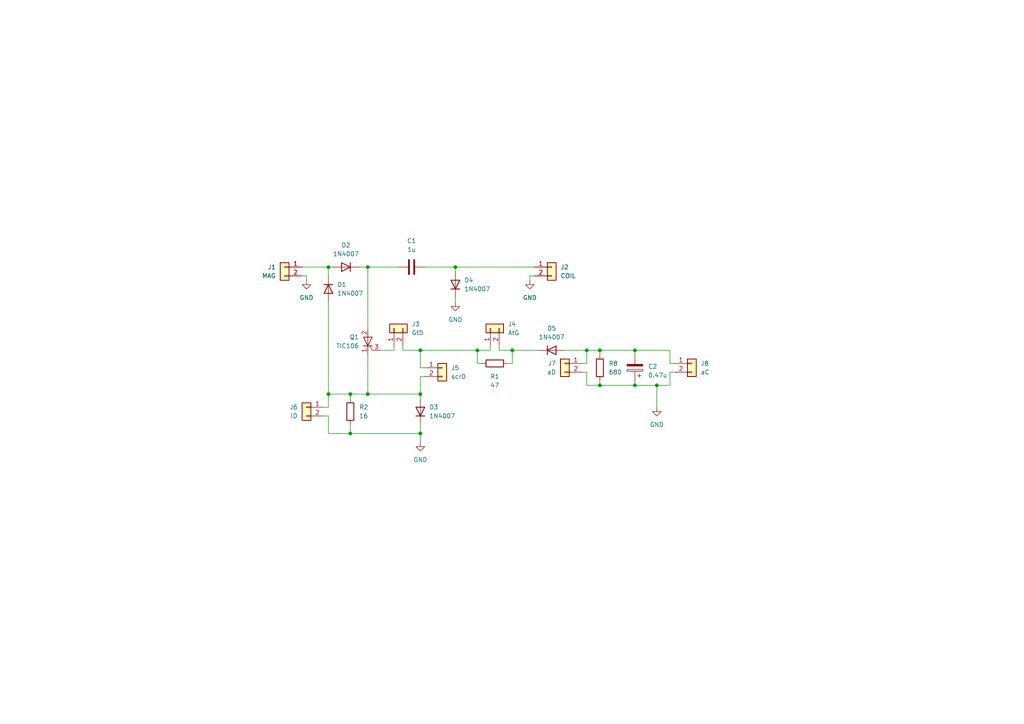
<source format=kicad_sch>
(kicad_sch (version 20230121) (generator eeschema)
  (paper "A4")
  (title_block (title "Snap Lock Motorized Bike CDI Dev Board") (date "2024-01-12") (rev "1") (company "MBI Ignitions"))
  (lib_symbols
    (symbol "Connector_Generic:Conn_01x02" (pin_names (offset 1.016) hide)
      (property "Reference" "J" (at 0 2.54 0))
      (property "Value" "Conn_01x02" (at 0 -5.08 0))
      (symbol "Conn_01x02_1_1"
        (rectangle (start -1.27 -2.413) (end 0 -2.667) (stroke (width 0.1524)))
        (rectangle (start -1.27 0.127) (end 0 -0.127) (stroke (width 0.1524)))
        (rectangle (start -1.27 1.27) (end 1.27 -3.81) (stroke (width 0.254)) (fill (type background)))
        (pin passive line (at -5.08 0 0) (length 3.81) (name "Pin_1") (number "1"))
        (pin passive line (at -5.08 -2.54 0) (length 3.81) (name "Pin_2") (number "2"))
      )
    )
    (symbol "Device:C" (pin_numbers hide) (pin_names (offset 0.254))
      (property "Reference" "C" (at 0.635 2.54 0))
      (property "Value" "C" (at 0.635 -2.54 0))
      (symbol "C_0_1"
        (polyline (pts (xy -2.032 -0.762) (xy 2.032 -0.762)) (stroke (width 0.508)))
        (polyline (pts (xy -2.032 0.762) (xy 2.032 0.762)) (stroke (width 0.508)))
      )
      (symbol "C_1_1"
        (pin passive line (at 0 3.81 270) (length 2.794) (name "~") (number "1"))
        (pin passive line (at 0 -3.81 90) (length 2.794) (name "~") (number "2"))
      )
    )
    (symbol "Device:C_Polarized" (pin_numbers hide) (pin_names (offset 0.254))
      (property "Reference" "C" (at 0.635 2.54 0))
      (property "Value" "C_Polarized" (at 0.635 -2.54 0))
      (symbol "C_Polarized_0_1"
        (rectangle (start -2.286 0.508) (end 2.286 1.016))
        (polyline (pts (xy -1.778 2.286) (xy -0.762 2.286)))
        (polyline (pts (xy -1.27 2.794) (xy -1.27 1.778)))
        (rectangle (start 2.286 -0.508) (end -2.286 -1.016) (fill (type outline)))
      )
      (symbol "C_Polarized_1_1"
        (pin passive line (at 0 3.81 270) (length 2.794) (name "~") (number "1"))
        (pin passive line (at 0 -3.81 90) (length 2.794) (name "~") (number "2"))
      )
    )
    (symbol "Device:R" (pin_numbers hide) (pin_names (offset 0))
      (property "Reference" "R" (at 2.032 0 90))
      (property "Value" "R" (at 0 0 90))
      (symbol "R_0_1"
        (rectangle (start -1.016 -2.54) (end 1.016 2.54) (stroke (width 0.254)))
      )
      (symbol "R_1_1"
        (pin passive line (at 0 3.81 270) (length 1.27) (name "~") (number "1"))
        (pin passive line (at 0 -3.81 90) (length 1.27) (name "~") (number "2"))
      )
    )
    (symbol "Diode:1N4007" (pin_numbers hide) (pin_names hide)
      (property "Reference" "D" (at 0 2.54 0))
      (property "Value" "1N4007" (at 0 -2.54 0))
      (symbol "1N4007_0_1"
        (polyline (pts (xy -1.27 1.27) (xy -1.27 -1.27)) (stroke (width 0.254)))
        (polyline (pts (xy 1.27 0) (xy -1.27 0)))
        (polyline (pts (xy 1.27 1.27) (xy 1.27 -1.27) (xy -1.27 0) (xy 1.27 1.27)) (stroke (width 0.254)))
      )
      (symbol "1N4007_1_1"
        (pin passive line (at -3.81 0 0) (length 2.54) (name "K") (number "1"))
        (pin passive line (at 3.81 0 180) (length 2.54) (name "A") (number "2"))
      )
    )
    (symbol "Triac_Thyristor:TIC106" (pin_names (offset 0) hide)
      (property "Reference" "Q" (at 2.54 1.905 0))
      (property "Value" "TIC106" (at 2.54 0 0))
      (symbol "TIC106_0_1"
        (polyline (pts (xy -1.27 -2.54) (xy -0.635 -1.27)))
        (polyline (pts (xy -1.27 -1.27) (xy 1.27 -1.27)) (stroke (width 0.2032)))
        (polyline (pts (xy 0 -2.54) (xy 0 2.54)))
        (polyline (pts (xy -1.27 1.27) (xy 1.27 1.27) (xy 0 -1.27) (xy -1.27 1.27)) (stroke (width 0.2032)))
      )
      (symbol "TIC106_1_1"
        (pin passive line (at 0 -3.81 90) (length 2.54) (name "K") (number "1"))
        (pin passive line (at 0 3.81 270) (length 2.54) (name "A") (number "2"))
        (pin input line (at -3.81 -2.54 0) (length 2.54) (name "G") (number "3"))
      )
    )
    (symbol "power:GND" (power) (pin_names (offset 0))
      (property "Value" "GND" (at 0 -3.81 0))
      (symbol "GND_0_1"
        (polyline (pts (xy 0 0) (xy 0 -1.27) (xy 1.27 -1.27) (xy 0 -2.54) (xy -1.27 -1.27) (xy 0 -1.27)))
      )
      (symbol "GND_1_1"
        (pin power_in line (at 0 0 270) (length 0) hide (name "GND") (number "1"))
      )
    )
  )
  (junction (at 173.99 111.76))
  (junction (at 190.5 111.76))
  (junction (at 106.68 77.47))
  (junction (at 138.43 101.6))
  (junction (at 95.25 77.47))
  (junction (at 184.15 111.76))
  (junction (at 170.18 101.6))
  (junction (at 184.15 101.6))
  (junction (at 95.25 114.3))
  (junction (at 173.99 101.6))
  (junction (at 148.59 101.6))
  (junction (at 106.68 114.3))
  (junction (at 101.6 125.73))
  (junction (at 132.08 77.47))
  (junction (at 121.92 114.3))
  (junction (at 121.92 125.73))
  (junction (at 121.92 101.6))
  (junction (at 101.6 114.3))
  (wire (pts (xy 116.84 100.33) (xy 116.84 101.6)))
  (wire (pts (xy 184.15 110.49) (xy 184.15 111.76)))
  (wire (pts (xy 121.92 123.19) (xy 121.92 125.73)))
  (wire (pts (xy 123.19 77.47) (xy 132.08 77.47)))
  (wire (pts (xy 168.91 105.41) (xy 170.18 105.41)))
  (wire (pts (xy 194.31 105.41) (xy 194.31 101.6)))
  (wire (pts (xy 173.99 101.6) (xy 184.15 101.6)))
  (wire (pts (xy 170.18 107.95) (xy 170.18 111.76)))
  (wire (pts (xy 194.31 101.6) (xy 184.15 101.6)))
  (wire (pts (xy 144.78 100.33) (xy 144.78 101.6)))
  (wire (pts (xy 138.43 101.6) (xy 142.24 101.6)))
  (wire (pts (xy 190.5 111.76) (xy 190.5 118.11)))
  (wire (pts (xy 154.94 80.01) (xy 153.67 80.01)))
  (wire (pts (xy 132.08 77.47) (xy 132.08 78.74)))
  (wire (pts (xy 132.08 86.36) (xy 132.08 87.63)))
  (wire (pts (xy 101.6 125.73) (xy 121.92 125.73)))
  (wire (pts (xy 88.9 80.01) (xy 88.9 81.28)))
  (wire (pts (xy 101.6 123.19) (xy 101.6 125.73)))
  (wire (pts (xy 153.67 80.01) (xy 153.67 81.28)))
  (wire (pts (xy 93.98 118.11) (xy 95.25 118.11)))
  (wire (pts (xy 106.68 77.47) (xy 115.57 77.47)))
  (wire (pts (xy 195.58 105.41) (xy 194.31 105.41)))
  (wire (pts (xy 132.08 77.47) (xy 154.94 77.47)))
  (wire (pts (xy 101.6 115.57) (xy 101.6 114.3)))
  (wire (pts (xy 87.63 80.01) (xy 88.9 80.01)))
  (wire (pts (xy 93.98 120.65) (xy 95.25 120.65)))
  (wire (pts (xy 104.14 77.47) (xy 106.68 77.47)))
  (wire (pts (xy 116.84 101.6) (xy 121.92 101.6)))
  (wire (pts (xy 95.25 87.63) (xy 95.25 114.3)))
  (wire (pts (xy 170.18 101.6) (xy 173.99 101.6)))
  (wire (pts (xy 194.31 111.76) (xy 190.5 111.76)))
  (wire (pts (xy 95.25 77.47) (xy 96.52 77.47)))
  (wire (pts (xy 148.59 105.41) (xy 148.59 101.6)))
  (wire (pts (xy 95.25 125.73) (xy 101.6 125.73)))
  (wire (pts (xy 170.18 111.76) (xy 173.99 111.76)))
  (wire (pts (xy 173.99 110.49) (xy 173.99 111.76)))
  (wire (pts (xy 106.68 102.87) (xy 106.68 114.3)))
  (wire (pts (xy 173.99 101.6) (xy 173.99 102.87)))
  (wire (pts (xy 144.78 101.6) (xy 148.59 101.6)))
  (wire (pts (xy 121.92 125.73) (xy 121.92 128.27)))
  (wire (pts (xy 121.92 115.57) (xy 121.92 114.3)))
  (wire (pts (xy 87.63 77.47) (xy 95.25 77.47)))
  (wire (pts (xy 184.15 111.76) (xy 173.99 111.76)))
  (wire (pts (xy 184.15 111.76) (xy 190.5 111.76)))
  (wire (pts (xy 170.18 101.6) (xy 170.18 105.41)))
  (wire (pts (xy 123.19 109.22) (xy 121.92 109.22)))
  (wire (pts (xy 147.32 105.41) (xy 148.59 105.41)))
  (wire (pts (xy 194.31 107.95) (xy 194.31 111.76)))
  (wire (pts (xy 121.92 101.6) (xy 121.92 106.68)))
  (wire (pts (xy 123.19 106.68) (xy 121.92 106.68)))
  (wire (pts (xy 138.43 105.41) (xy 138.43 101.6)))
  (wire (pts (xy 184.15 101.6) (xy 184.15 102.87)))
  (wire (pts (xy 142.24 101.6) (xy 142.24 100.33)))
  (wire (pts (xy 139.7 105.41) (xy 138.43 105.41)))
  (wire (pts (xy 106.68 114.3) (xy 121.92 114.3)))
  (wire (pts (xy 163.83 101.6) (xy 170.18 101.6)))
  (wire (pts (xy 110.49 101.6) (xy 114.3 101.6)))
  (wire (pts (xy 148.59 101.6) (xy 156.21 101.6)))
  (wire (pts (xy 195.58 107.95) (xy 194.31 107.95)))
  (wire (pts (xy 95.25 80.01) (xy 95.25 77.47)))
  (wire (pts (xy 114.3 101.6) (xy 114.3 100.33)))
  (wire (pts (xy 106.68 77.47) (xy 106.68 95.25)))
  (wire (pts (xy 121.92 101.6) (xy 138.43 101.6)))
  (wire (pts (xy 95.25 114.3) (xy 101.6 114.3)))
  (wire (pts (xy 101.6 114.3) (xy 106.68 114.3)))
  (wire (pts (xy 121.92 109.22) (xy 121.92 114.3)))
  (wire (pts (xy 168.91 107.95) (xy 170.18 107.95)))
  (wire (pts (xy 95.25 118.11) (xy 95.25 114.3)))
  (wire (pts (xy 95.25 120.65) (xy 95.25 125.73)))
  (symbol (lib_id "power:GND") (at 121.92 128.27 0) (unit 1)
    (property "Reference" "#PWR02" (effects hide))
    (property "Value" "GND" (at 121.92 133.35 0))
  )
  (symbol (lib_id "Connector_Generic:Conn_01x02") (at 142.24 95.25 90) (unit 1)
    (property "Reference" "J4" (at 147.32 93.98 90) (effects (justify right)))
    (property "Value" "AtG" (at 147.32 96.52 90) (effects (justify right)))
    (property "Footprint" "TE_1792863:TE_1792863" (effects hide))
  )
  (symbol (lib_id "Connector_Generic:Conn_01x02") (at 128.27 106.68 0) (unit 1)
    (property "Reference" "J5" (at 130.81 106.68 0) (effects (justify left)))
    (property "Value" "scrD" (at 130.81 109.22 0) (effects (justify left)))
    (property "Footprint" "TE_1792863:TE_1792863" (effects hide))
  )
  (symbol (lib_id "power:GND") (at 132.08 87.63 0) (unit 1)
    (property "Reference" "#PWR03" (effects hide))
    (property "Value" "GND" (at 132.08 92.71 0))
  )
  (symbol (lib_id "Connector_Generic:Conn_01x02") (at 88.9 118.11 0) (mirror y) (unit 1)
    (property "Reference" "J6" (at 86.36 118.11 0) (effects (justify left)))
    (property "Value" "lD" (at 86.36 120.65 0) (effects (justify left)))
    (property "Footprint" "TE_1792863:TE_1792863" (effects hide))
  )
  (symbol (lib_id "Device:R") (at 101.6 119.38 180) (unit 1)
    (property "Reference" "R2" (at 104.14 118.11 0) (effects (justify right)))
    (property "Value" "16" (at 104.14 120.65 0) (effects (justify right)))
    (property "Footprint" "Resistor_THT:R_Axial_DIN0207_L6.3mm_D2.5mm_P7.62mm_Horizontal" (effects hide))
  )
  (symbol (lib_id "Device:R") (at 143.51 105.41 270) (mirror x) (unit 1)
    (property "Reference" "R1" (at 143.51 109.22 90))
    (property "Value" "47" (at 143.51 111.76 90))
    (property "Footprint" "Resistor_THT:R_Axial_DIN0207_L6.3mm_D2.5mm_P7.62mm_Horizontal" (effects hide))
  )
  (symbol (lib_id "Connector_Generic:Conn_01x02") (at 163.83 105.41 0) (mirror y) (unit 1)
    (property "Reference" "J7" (at 161.29 105.41 0) (effects (justify left)))
    (property "Value" "aD" (at 161.29 107.95 0) (effects (justify left)))
    (property "Footprint" "TE_1792863:TE_1792863" (effects hide))
  )
  (symbol (lib_id "Diode:1N4007") (at 100.33 77.47 180) (unit 1)
    (property "Reference" "D2" (at 100.33 71.12 0))
    (property "Value" "1N4007" (at 100.33 73.66 0))
    (property "Footprint" "Diode_THT:D_DO-41_SOD81_P7.62mm_Horizontal" (effects hide))
    (property "Datasheet" "http://www.vishay.com/docs/88503/1n4001.pdf" (effects hide))
    (property "Sim.Device" "D" (effects hide))
    (property "Sim.Pins" "1=K 2=A" (effects hide))
  )
  (symbol (lib_id "Diode:1N4007") (at 160.02 101.6 0) (unit 1)
    (property "Reference" "D5" (at 160.02 95.25 0))
    (property "Value" "1N4007" (at 160.02 97.79 0))
    (property "Footprint" "Diode_THT:D_DO-41_SOD81_P7.62mm_Horizontal" (effects hide))
    (property "Datasheet" "http://www.vishay.com/docs/88503/1n4001.pdf" (effects hide))
    (property "Sim.Device" "D" (effects hide))
    (property "Sim.Pins" "1=K 2=A" (effects hide))
  )
  (symbol (lib_id "Connector_Generic:Conn_01x02") (at 114.3 95.25 90) (unit 1)
    (property "Reference" "J3" (at 119.38 93.98 90) (effects (justify right)))
    (property "Value" "GtD" (at 119.38 96.52 90) (effects (justify right)))
    (property "Footprint" "TE_1792863:TE_1792863" (effects hide))
  )
  (symbol (lib_id "Connector_Generic:Conn_01x02") (at 200.66 105.41 0) (unit 1)
    (property "Reference" "J8" (at 203.2 105.41 0) (effects (justify left)))
    (property "Value" "aC" (at 203.2 107.95 0) (effects (justify left)))
    (property "Footprint" "TE_1792863:TE_1792863" (effects hide))
  )
  (symbol (lib_id "power:GND") (at 153.67 81.28 0) (unit 1)
    (property "Reference" "#PWR05" (effects hide))
    (property "Value" "GND" (at 153.67 86.36 0))
  )
  (symbol (lib_id "Device:R") (at 173.99 106.68 180) (unit 1)
    (property "Reference" "R8" (at 176.53 105.41 0) (effects (justify right)))
    (property "Value" "680" (at 176.53 107.95 0) (effects (justify right)))
    (property "Footprint" "Resistor_THT:R_Axial_DIN0207_L6.3mm_D2.5mm_P7.62mm_Horizontal" (effects hide))
  )
  (symbol (lib_id "Device:C_Polarized") (at 184.15 106.68 180) (unit 1)
    (property "Reference" "C2" (at 187.96 106.299 0) (effects (justify right)))
    (property "Value" "0.47u" (at 187.96 108.839 0) (effects (justify right)))
    (property "Footprint" "Capacitor_THT:CP_Radial_Tantal_D5.5mm_P5.00mm" (effects hide))
  )
  (symbol (lib_id "Triac_Thyristor:TIC106") (at 106.68 99.06 0) (mirror y) (unit 1)
    (property "Reference" "Q1" (at 104.14 97.79 0) (effects (justify left)))
    (property "Value" "TIC106" (at 104.14 100.33 0) (effects (justify left)))
    (property "Footprint" "Package_TO_SOT_THT:TO-220-3_Vertical" (effects hide))
    (property "Datasheet" "http://pdf.datasheetcatalog.com/datasheet/PowerInnovations/mXyzrtvs.pdf" (effects hide))
  )
  (symbol (lib_id "Connector_Generic:Conn_01x02") (at 82.55 77.47 0) (mirror y) (unit 1)
    (property "Reference" "J1" (at 80.01 77.47 0) (effects (justify left)))
    (property "Value" "MAG" (at 80.01 80.01 0) (effects (justify left)))
    (property "Footprint" "Connector_Wire:SolderWire-2.5sqmm_1x02_P7.2mm_D2.4mm_OD3.6mm" (effects hide))
  )
  (symbol (lib_id "Connector_Generic:Conn_01x02") (at 160.02 77.47 0) (unit 1)
    (property "Reference" "J2" (at 162.56 77.47 0) (effects (justify left)))
    (property "Value" "COIL" (at 162.56 80.01 0) (effects (justify left)))
    (property "Footprint" "Connector_Wire:SolderWire-2.5sqmm_1x02_P7.2mm_D2.4mm_OD3.6mm" (effects hide))
  )
  (symbol (lib_id "power:GND") (at 88.9 81.28 0) (unit 1)
    (property "Reference" "#PWR01" (effects hide))
    (property "Value" "GND" (at 88.9 86.36 0))
  )
  (symbol (lib_id "power:GND") (at 190.5 118.11 0) (unit 1)
    (property "Reference" "#PWR04" (effects hide))
    (property "Value" "GND" (at 190.5 123.19 0))
  )
  (symbol (lib_id "Device:C") (at 119.38 77.47 90) (unit 1)
    (property "Reference" "C1" (at 119.38 69.85 90))
    (property "Value" "1u" (at 119.38 72.39 90))
    (property "Footprint" "Capacitor_THT:C_Rect_L26.5mm_W10.5mm_P22.50mm_MKS4" (effects hide))
  )
  (symbol (lib_id "Diode:1N4007") (at 95.25 83.82 270) (unit 1)
    (property "Reference" "D1" (at 97.79 82.55 90) (effects (justify left)))
    (property "Value" "1N4007" (at 97.79 85.09 90) (effects (justify left)))
    (property "Footprint" "Diode_THT:D_DO-41_SOD81_P7.62mm_Horizontal" (effects hide))
    (property "Datasheet" "http://www.vishay.com/docs/88503/1n4001.pdf" (effects hide))
    (property "Sim.Device" "D" (effects hide))
    (property "Sim.Pins" "1=K 2=A" (effects hide))
  )
  (symbol (lib_id "Diode:1N4007") (at 121.92 119.38 90) (unit 1)
    (property "Reference" "D3" (at 124.46 118.11 90) (effects (justify right)))
    (property "Value" "1N4007" (at 124.46 120.65 90) (effects (justify right)))
    (property "Footprint" "Diode_THT:D_DO-41_SOD81_P7.62mm_Horizontal" (effects hide))
    (property "Datasheet" "http://www.vishay.com/docs/88503/1n4001.pdf" (effects hide))
    (property "Sim.Device" "D" (effects hide))
    (property "Sim.Pins" "1=K 2=A" (effects hide))
  )
  (symbol (lib_id "Diode:1N4007") (at 132.08 82.55 90) (unit 1)
    (property "Reference" "D4" (at 134.62 81.28 90) (effects (justify right)))
    (property "Value" "1N4007" (at 134.62 83.82 90) (effects (justify right)))
    (property "Footprint" "Diode_THT:D_DO-41_SOD81_P7.62mm_Horizontal" (effects hide))
    (property "Datasheet" "http://www.vishay.com/docs/88503/1n4001.pdf" (effects hide))
    (property "Sim.Device" "D" (effects hide))
    (property "Sim.Pins" "1=K 2=A" (effects hide))
  )
)
</source>
